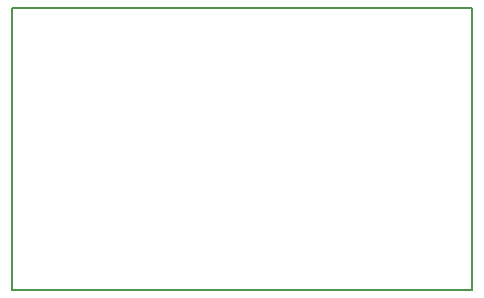
<source format=gbr>
G04 DipTrace 2.4.0.2*
%INBoardOutline.gbr*%
%MOIN*%
%ADD11C,0.0055*%
%FSLAX44Y44*%
G04*
G70*
G90*
G75*
G01*
%LNBoardOutline*%
%LPD*%
X3940Y13350D2*
D11*
X19260D1*
Y3940D1*
X3940D1*
Y13350D1*
M02*

</source>
